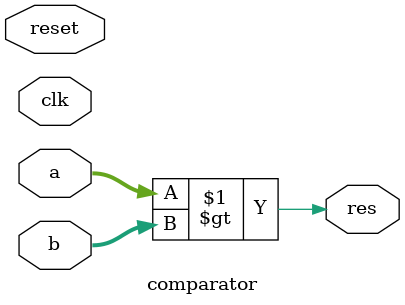
<source format=v>
`timescale 1ns / 1ps
module comparator(
    input clk,
    input reset,
    input [3:0] a,
    input [3:0] b,
    output res
    );

     assign res = a > b;

endmodule

</source>
